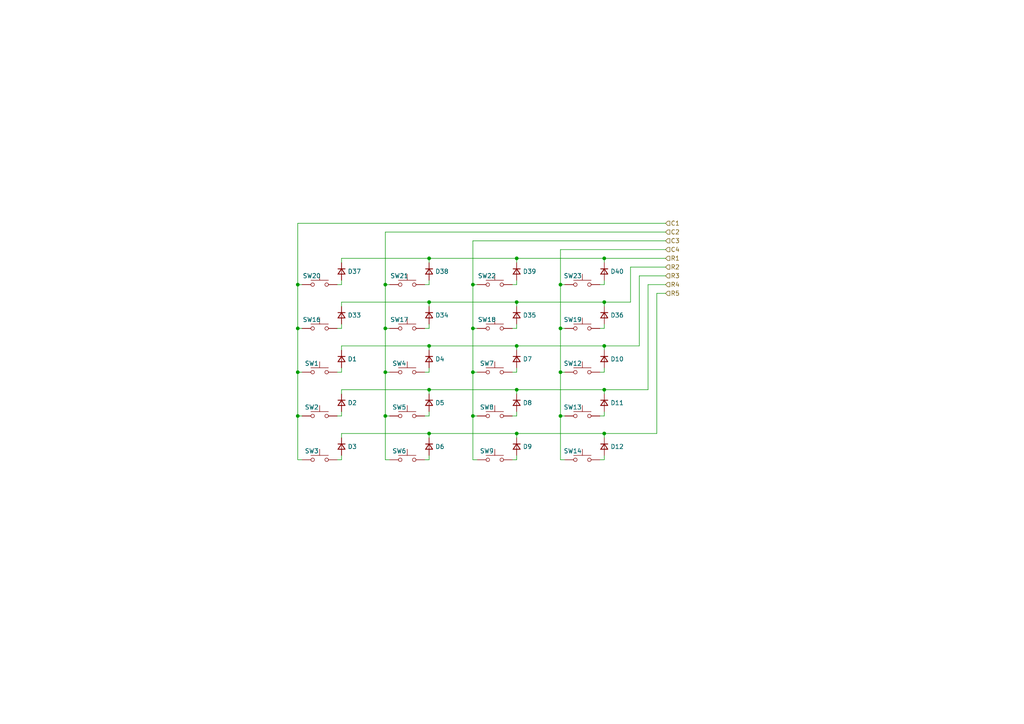
<source format=kicad_sch>
(kicad_sch (version 20250114) (generator "eeschema") (generator_version "9.0")
  (paper "A4")
  (lib_symbols
    (symbol "Device:D_Small" (pin_numbers (hide yes)) (pin_names (offset 0.254) (hide yes))
      (property "Reference" "D" (at -1.27 2.032 0))
      (property "Value" "D_Small" (at -3.81 -2.032 0))
      (symbol "D_Small_0_1"
        (polyline (pts (xy -0.762 0) (xy 0.762 0)))
        (polyline (pts (xy -0.762 -1.016) (xy -0.762 1.016)) (stroke (width 0.254)))
        (polyline (pts (xy 0.762 -1.016) (xy -0.762 0) (xy 0.762 1.016) (xy 0.762 -1.016)) (stroke (width 0.254)))
      )
      (symbol "D_Small_1_1"
        (pin passive line (at -2.54 0 0) (length 1.778) (name "K") (number "1"))
        (pin passive line (at 2.54 0 180) (length 1.778) (name "A") (number "2"))
      )
    )
    (symbol "Switch:SW_Push" (pin_numbers (hide yes)) (pin_names (offset 1.016) (hide yes))
      (property "Reference" "SW" (at 1.27 2.54 0))
      (property "Value" "SW_Push" (at 0 -1.524 0))
      (symbol "SW_Push_0_1"
        (circle (center -2.032 0) (radius 0.508))
        (polyline (pts (xy 0 1.27) (xy 0 3.048)))
        (circle (center 2.032 0) (radius 0.508))
        (polyline (pts (xy 2.54 1.27) (xy -2.54 1.27)))
        (pin passive line (at -5.08 0 0) (length 2.54) (name "1") (number "1"))
        (pin passive line (at 5.08 0 180) (length 2.54) (name "2") (number "2"))
      )
    )
  )
  (junction (at 162.56 120.65))
  (junction (at 137.16 95.25))
  (junction (at 124.46 113.03))
  (junction (at 86.36 82.55))
  (junction (at 111.76 95.25))
  (junction (at 149.86 125.73))
  (junction (at 149.86 87.63))
  (junction (at 175.26 87.63))
  (junction (at 86.36 120.65))
  (junction (at 111.76 107.95))
  (junction (at 175.26 100.33))
  (junction (at 137.16 120.65))
  (junction (at 86.36 95.25))
  (junction (at 86.36 107.95))
  (junction (at 111.76 120.65))
  (junction (at 149.86 100.33))
  (junction (at 149.86 113.03))
  (junction (at 137.16 82.55))
  (junction (at 162.56 95.25))
  (junction (at 175.26 113.03))
  (junction (at 149.86 74.93))
  (junction (at 137.16 107.95))
  (junction (at 124.46 100.33))
  (junction (at 175.26 125.73))
  (junction (at 162.56 82.55))
  (junction (at 124.46 87.63))
  (junction (at 175.26 74.93))
  (junction (at 124.46 74.93))
  (junction (at 111.76 82.55))
  (junction (at 162.56 107.95))
  (junction (at 124.46 125.73))
  (wire (pts (xy 86.36 64.77) (xy 86.36 82.55)))
  (wire (pts (xy 175.26 74.93) (xy 175.26 76.2)))
  (wire (pts (xy 149.86 100.33) (xy 149.86 101.6)))
  (wire (pts (xy 173.99 120.65) (xy 175.26 120.65)))
  (wire (pts (xy 190.5 125.73) (xy 190.5 85.09)))
  (wire (pts (xy 148.59 107.95) (xy 149.86 107.95)))
  (wire (pts (xy 163.83 133.35) (xy 162.56 133.35)))
  (wire (pts (xy 123.19 107.95) (xy 124.46 107.95)))
  (wire (pts (xy 182.88 77.47) (xy 193.04 77.47)))
  (wire (pts (xy 86.36 64.77) (xy 193.04 64.77)))
  (wire (pts (xy 162.56 72.39) (xy 193.04 72.39)))
  (wire (pts (xy 99.06 113.03) (xy 124.46 113.03)))
  (wire (pts (xy 149.86 120.65) (xy 149.86 119.38)))
  (wire (pts (xy 138.43 133.35) (xy 137.16 133.35)))
  (wire (pts (xy 175.26 87.63) (xy 182.88 87.63)))
  (wire (pts (xy 175.26 113.03) (xy 175.26 114.3)))
  (wire (pts (xy 97.79 133.35) (xy 99.06 133.35)))
  (wire (pts (xy 149.86 74.93) (xy 175.26 74.93)))
  (wire (pts (xy 86.36 120.65) (xy 86.36 107.95)))
  (wire (pts (xy 162.56 120.65) (xy 162.56 107.95)))
  (wire (pts (xy 173.99 133.35) (xy 175.26 133.35)))
  (wire (pts (xy 99.06 74.93) (xy 124.46 74.93)))
  (wire (pts (xy 162.56 95.25) (xy 162.56 82.55)))
  (wire (pts (xy 162.56 133.35) (xy 162.56 120.65)))
  (wire (pts (xy 86.36 107.95) (xy 86.36 95.25)))
  (wire (pts (xy 148.59 95.25) (xy 149.86 95.25)))
  (wire (pts (xy 99.06 88.9) (xy 99.06 87.63)))
  (wire (pts (xy 124.46 95.25) (xy 124.46 93.98)))
  (wire (pts (xy 86.36 107.95) (xy 87.63 107.95)))
  (wire (pts (xy 185.42 100.33) (xy 185.42 80.01)))
  (wire (pts (xy 175.26 125.73) (xy 175.26 127)))
  (wire (pts (xy 124.46 133.35) (xy 124.46 132.08)))
  (wire (pts (xy 99.06 95.25) (xy 99.06 93.98)))
  (wire (pts (xy 137.16 133.35) (xy 137.16 120.65)))
  (wire (pts (xy 173.99 107.95) (xy 175.26 107.95)))
  (wire (pts (xy 162.56 95.25) (xy 163.83 95.25)))
  (wire (pts (xy 124.46 100.33) (xy 124.46 101.6)))
  (wire (pts (xy 111.76 67.31) (xy 111.76 82.55)))
  (wire (pts (xy 175.26 87.63) (xy 175.26 88.9)))
  (wire (pts (xy 99.06 114.3) (xy 99.06 113.03)))
  (wire (pts (xy 99.06 127) (xy 99.06 125.73)))
  (wire (pts (xy 123.19 120.65) (xy 124.46 120.65)))
  (wire (pts (xy 149.86 95.25) (xy 149.86 93.98)))
  (wire (pts (xy 138.43 107.95) (xy 137.16 107.95)))
  (wire (pts (xy 138.43 120.65) (xy 137.16 120.65)))
  (wire (pts (xy 149.86 107.95) (xy 149.86 106.68)))
  (wire (pts (xy 148.59 133.35) (xy 149.86 133.35)))
  (wire (pts (xy 111.76 107.95) (xy 111.76 95.25)))
  (wire (pts (xy 124.46 125.73) (xy 149.86 125.73)))
  (wire (pts (xy 149.86 113.03) (xy 175.26 113.03)))
  (wire (pts (xy 149.86 82.55) (xy 149.86 81.28)))
  (wire (pts (xy 187.96 82.55) (xy 193.04 82.55)))
  (wire (pts (xy 97.79 107.95) (xy 99.06 107.95)))
  (wire (pts (xy 97.79 120.65) (xy 99.06 120.65)))
  (wire (pts (xy 162.56 82.55) (xy 163.83 82.55)))
  (wire (pts (xy 175.26 100.33) (xy 175.26 101.6)))
  (wire (pts (xy 148.59 120.65) (xy 149.86 120.65)))
  (wire (pts (xy 175.26 125.73) (xy 190.5 125.73)))
  (wire (pts (xy 187.96 113.03) (xy 187.96 82.55)))
  (wire (pts (xy 97.79 82.55) (xy 99.06 82.55)))
  (wire (pts (xy 111.76 133.35) (xy 111.76 120.65)))
  (wire (pts (xy 99.06 133.35) (xy 99.06 132.08)))
  (wire (pts (xy 175.26 100.33) (xy 185.42 100.33)))
  (wire (pts (xy 137.16 95.25) (xy 137.16 82.55)))
  (wire (pts (xy 87.63 82.55) (xy 86.36 82.55)))
  (wire (pts (xy 148.59 82.55) (xy 149.86 82.55)))
  (wire (pts (xy 99.06 87.63) (xy 124.46 87.63)))
  (wire (pts (xy 149.86 125.73) (xy 149.86 127)))
  (wire (pts (xy 149.86 125.73) (xy 175.26 125.73)))
  (wire (pts (xy 137.16 120.65) (xy 137.16 107.95)))
  (wire (pts (xy 149.86 133.35) (xy 149.86 132.08)))
  (wire (pts (xy 185.42 80.01) (xy 193.04 80.01)))
  (wire (pts (xy 111.76 95.25) (xy 113.03 95.25)))
  (wire (pts (xy 99.06 82.55) (xy 99.06 81.28)))
  (wire (pts (xy 113.03 82.55) (xy 111.76 82.55)))
  (wire (pts (xy 175.26 133.35) (xy 175.26 132.08)))
  (wire (pts (xy 173.99 82.55) (xy 175.26 82.55)))
  (wire (pts (xy 86.36 95.25) (xy 86.36 82.55)))
  (wire (pts (xy 86.36 133.35) (xy 86.36 120.65)))
  (wire (pts (xy 99.06 76.2) (xy 99.06 74.93)))
  (wire (pts (xy 175.26 82.55) (xy 175.26 81.28)))
  (wire (pts (xy 111.76 120.65) (xy 113.03 120.65)))
  (wire (pts (xy 124.46 82.55) (xy 124.46 81.28)))
  (wire (pts (xy 124.46 74.93) (xy 124.46 76.2)))
  (wire (pts (xy 123.19 82.55) (xy 124.46 82.55)))
  (wire (pts (xy 124.46 100.33) (xy 149.86 100.33)))
  (wire (pts (xy 86.36 133.35) (xy 87.63 133.35)))
  (wire (pts (xy 111.76 120.65) (xy 111.76 107.95)))
  (wire (pts (xy 175.26 74.93) (xy 193.04 74.93)))
  (wire (pts (xy 111.76 107.95) (xy 113.03 107.95)))
  (wire (pts (xy 111.76 67.31) (xy 193.04 67.31)))
  (wire (pts (xy 175.26 95.25) (xy 175.26 93.98)))
  (wire (pts (xy 173.99 95.25) (xy 175.26 95.25)))
  (wire (pts (xy 162.56 82.55) (xy 162.56 72.39)))
  (wire (pts (xy 123.19 133.35) (xy 124.46 133.35)))
  (wire (pts (xy 124.46 125.73) (xy 124.46 127)))
  (wire (pts (xy 137.16 95.25) (xy 138.43 95.25)))
  (wire (pts (xy 149.86 100.33) (xy 175.26 100.33)))
  (wire (pts (xy 99.06 100.33) (xy 124.46 100.33)))
  (wire (pts (xy 175.26 120.65) (xy 175.26 119.38)))
  (wire (pts (xy 99.06 120.65) (xy 99.06 119.38)))
  (wire (pts (xy 124.46 113.03) (xy 124.46 114.3)))
  (wire (pts (xy 99.06 101.6) (xy 99.06 100.33)))
  (wire (pts (xy 124.46 74.93) (xy 149.86 74.93)))
  (wire (pts (xy 124.46 87.63) (xy 149.86 87.63)))
  (wire (pts (xy 137.16 69.85) (xy 193.04 69.85)))
  (wire (pts (xy 124.46 87.63) (xy 124.46 88.9)))
  (wire (pts (xy 137.16 107.95) (xy 137.16 95.25)))
  (wire (pts (xy 163.83 107.95) (xy 162.56 107.95)))
  (wire (pts (xy 137.16 69.85) (xy 137.16 82.55)))
  (wire (pts (xy 111.76 133.35) (xy 113.03 133.35)))
  (wire (pts (xy 99.06 125.73) (xy 124.46 125.73)))
  (wire (pts (xy 163.83 120.65) (xy 162.56 120.65)))
  (wire (pts (xy 175.26 107.95) (xy 175.26 106.68)))
  (wire (pts (xy 123.19 95.25) (xy 124.46 95.25)))
  (wire (pts (xy 124.46 120.65) (xy 124.46 119.38)))
  (wire (pts (xy 99.06 107.95) (xy 99.06 106.68)))
  (wire (pts (xy 124.46 113.03) (xy 149.86 113.03)))
  (wire (pts (xy 182.88 87.63) (xy 182.88 77.47)))
  (wire (pts (xy 124.46 107.95) (xy 124.46 106.68)))
  (wire (pts (xy 149.86 113.03) (xy 149.86 114.3)))
  (wire (pts (xy 149.86 74.93) (xy 149.86 76.2)))
  (wire (pts (xy 149.86 87.63) (xy 175.26 87.63)))
  (wire (pts (xy 86.36 120.65) (xy 87.63 120.65)))
  (wire (pts (xy 97.79 95.25) (xy 99.06 95.25)))
  (wire (pts (xy 190.5 85.09) (xy 193.04 85.09)))
  (wire (pts (xy 149.86 87.63) (xy 149.86 88.9)))
  (wire (pts (xy 162.56 107.95) (xy 162.56 95.25)))
  (wire (pts (xy 175.26 113.03) (xy 187.96 113.03)))
  (wire (pts (xy 111.76 95.25) (xy 111.76 82.55)))
  (wire (pts (xy 138.43 82.55) (xy 137.16 82.55)))
  (wire (pts (xy 86.36 95.25) (xy 87.63 95.25)))
  (hierarchical_label "R5" (shape input) (at 193.04 85.09 0))
  (hierarchical_label "R1" (shape input) (at 193.04 74.93 0))
  (hierarchical_label "R4" (shape input) (at 193.04 82.55 0))
  (hierarchical_label "C4" (shape input) (at 193.04 72.39 0))
  (hierarchical_label "R2" (shape input) (at 193.04 77.47 0))
  (hierarchical_label "R3" (shape input) (at 193.04 80.01 0))
  (hierarchical_label "C1" (shape input) (at 193.04 64.77 0))
  (hierarchical_label "C2" (shape input) (at 193.04 67.31 0))
  (hierarchical_label "C3" (shape input) (at 193.04 69.85 0))
  (symbol (lib_id "Switch:SW_Push") (at 118.11 82.55 0) (unit 1)
    (property "Reference" "SW21" (at 115.824 80.01 0))
    (property "Value" "Kailh choc v2" (effects (hide yes)))
    (property "Footprint" "PCM_Switch_Keyboard_Hotswap_Kailh:SW_Hotswap_Kailh_Choc_V2" (effects (hide yes)))
    (property "Description" "Push button switch, generic, two pins" (effects (hide yes)))
  )
  (symbol (lib_id "Device:D_Small") (at 149.86 91.44 270) (unit 1)
    (property "Reference" "D35" (at 151.638 91.44 90) (effects (justify left)))
    (property "Value" "D_Small" (effects (hide yes)))
    (property "Footprint" "Diode_SMD:D_0402_1005Metric" (effects (hide yes)))
    (property "Description" "Diode, small symbol" (effects (hide yes)))
    (property "Sim.Device" "D" (effects (hide yes)))
    (property "Sim.Pins" "1=K 2=A" (effects (hide yes)))
  )
  (symbol (lib_id "Device:D_Small") (at 99.06 91.44 270) (unit 1)
    (property "Reference" "D33" (at 100.838 91.44 90) (effects (justify left)))
    (property "Value" "D_Small" (effects (hide yes)))
    (property "Footprint" "Diode_SMD:D_0402_1005Metric" (effects (hide yes)))
    (property "Description" "Diode, small symbol" (effects (hide yes)))
    (property "Sim.Device" "D" (effects (hide yes)))
    (property "Sim.Pins" "1=K 2=A" (effects (hide yes)))
  )
  (symbol (lib_id "Device:D_Small") (at 175.26 78.74 270) (unit 1)
    (property "Reference" "D40" (at 177.038 78.74 90) (effects (justify left)))
    (property "Value" "D_Small" (effects (hide yes)))
    (property "Footprint" "Diode_SMD:D_0402_1005Metric" (effects (hide yes)))
    (property "Description" "Diode, small symbol" (effects (hide yes)))
    (property "Sim.Device" "D" (effects (hide yes)))
    (property "Sim.Pins" "1=K 2=A" (effects (hide yes)))
  )
  (symbol (lib_id "Switch:SW_Push") (at 143.51 95.25 0) (unit 1)
    (property "Reference" "SW18" (at 141.224 92.71 0))
    (property "Value" "Kailh choc v2" (effects (hide yes)))
    (property "Footprint" "PCM_Switch_Keyboard_Hotswap_Kailh:SW_Hotswap_Kailh_Choc_V2" (effects (hide yes)))
    (property "Description" "Push button switch, generic, two pins" (effects (hide yes)))
  )
  (symbol (lib_id "Switch:SW_Push") (at 168.91 82.55 0) (unit 1)
    (property "Reference" "SW23" (at 166.116 80.01 0))
    (property "Value" "Kailh choc v2" (effects (hide yes)))
    (property "Footprint" "PCM_Switch_Keyboard_Hotswap_Kailh:SW_Hotswap_Kailh_Choc_V2" (effects (hide yes)))
    (property "Description" "Push button switch, generic, two pins" (effects (hide yes)))
  )
  (symbol (lib_id "Switch:SW_Push") (at 118.11 120.65 0) (unit 1)
    (property "Reference" "SW5" (at 115.824 118.11 0))
    (property "Value" "Kailh choc v2" (effects (hide yes)))
    (property "Footprint" "PCM_Switch_Keyboard_Hotswap_Kailh:SW_Hotswap_Kailh_Choc_V2" (effects (hide yes)))
    (property "Description" "Push button switch, generic, two pins" (effects (hide yes)))
  )
  (symbol (lib_id "Device:D_Small") (at 149.86 78.74 270) (unit 1)
    (property "Reference" "D39" (at 151.638 78.74 90) (effects (justify left)))
    (property "Value" "D_Small" (effects (hide yes)))
    (property "Footprint" "Diode_SMD:D_0402_1005Metric" (effects (hide yes)))
    (property "Description" "Diode, small symbol" (effects (hide yes)))
    (property "Sim.Device" "D" (effects (hide yes)))
    (property "Sim.Pins" "1=K 2=A" (effects (hide yes)))
  )
  (symbol (lib_id "Switch:SW_Push") (at 118.11 95.25 0) (unit 1)
    (property "Reference" "SW17" (at 115.824 92.71 0))
    (property "Value" "Kailh choc v2" (effects (hide yes)))
    (property "Footprint" "PCM_Switch_Keyboard_Hotswap_Kailh:SW_Hotswap_Kailh_Choc_V2" (effects (hide yes)))
    (property "Description" "Push button switch, generic, two pins" (effects (hide yes)))
  )
  (symbol (lib_id "Device:D_Small") (at 99.06 78.74 270) (unit 1)
    (property "Reference" "D37" (at 100.838 78.74 90) (effects (justify left)))
    (property "Value" "D_Small" (effects (hide yes)))
    (property "Footprint" "Diode_SMD:D_0402_1005Metric" (effects (hide yes)))
    (property "Description" "Diode, small symbol" (effects (hide yes)))
    (property "Sim.Device" "D" (effects (hide yes)))
    (property "Sim.Pins" "1=K 2=A" (effects (hide yes)))
  )
  (symbol (lib_id "Switch:SW_Push") (at 118.11 107.95 0) (unit 1)
    (property "Reference" "SW4" (at 115.824 105.41 0))
    (property "Value" "Kailh choc v2" (effects (hide yes)))
    (property "Footprint" "PCM_Switch_Keyboard_Hotswap_Kailh:SW_Hotswap_Kailh_Choc_V2" (effects (hide yes)))
    (property "Description" "Push button switch, generic, two pins" (effects (hide yes)))
  )
  (symbol (lib_id "Device:D_Small") (at 99.06 129.54 270) (unit 1)
    (property "Reference" "D3" (at 100.838 129.54 90) (effects (justify left)))
    (property "Value" "D_Small" (effects (hide yes)))
    (property "Footprint" "Diode_SMD:D_0402_1005Metric" (effects (hide yes)))
    (property "Description" "Diode, small symbol" (effects (hide yes)))
    (property "Sim.Device" "D" (effects (hide yes)))
    (property "Sim.Pins" "1=K 2=A" (effects (hide yes)))
  )
  (symbol (lib_id "Device:D_Small") (at 99.06 116.84 270) (unit 1)
    (property "Reference" "D2" (at 100.838 116.84 90) (effects (justify left)))
    (property "Value" "D_Small" (effects (hide yes)))
    (property "Footprint" "Diode_SMD:D_0402_1005Metric" (effects (hide yes)))
    (property "Description" "Diode, small symbol" (effects (hide yes)))
    (property "Sim.Device" "D" (effects (hide yes)))
    (property "Sim.Pins" "1=K 2=A" (effects (hide yes)))
  )
  (symbol (lib_id "Device:D_Small") (at 175.26 129.54 270) (unit 1)
    (property "Reference" "D12" (at 177.038 129.54 90) (effects (justify left)))
    (property "Value" "D_Small" (effects (hide yes)))
    (property "Footprint" "Diode_SMD:D_0402_1005Metric" (effects (hide yes)))
    (property "Description" "Diode, small symbol" (effects (hide yes)))
    (property "Sim.Device" "D" (effects (hide yes)))
    (property "Sim.Pins" "1=K 2=A" (effects (hide yes)))
  )
  (symbol (lib_id "Switch:SW_Push") (at 92.71 120.65 0) (unit 1)
    (property "Reference" "SW2" (at 90.424 118.11 0))
    (property "Value" "Kailh choc v2" (effects (hide yes)))
    (property "Footprint" "PCM_Switch_Keyboard_Hotswap_Kailh:SW_Hotswap_Kailh_Choc_V2" (effects (hide yes)))
    (property "Description" "Push button switch, generic, two pins" (effects (hide yes)))
  )
  (symbol (lib_id "Device:D_Small") (at 124.46 78.74 270) (unit 1)
    (property "Reference" "D38" (at 126.238 78.74 90) (effects (justify left)))
    (property "Value" "D_Small" (effects (hide yes)))
    (property "Footprint" "Diode_SMD:D_0402_1005Metric" (effects (hide yes)))
    (property "Description" "Diode, small symbol" (effects (hide yes)))
    (property "Sim.Device" "D" (effects (hide yes)))
    (property "Sim.Pins" "1=K 2=A" (effects (hide yes)))
  )
  (symbol (lib_id "Switch:SW_Push") (at 143.51 133.35 0) (unit 1)
    (property "Reference" "SW9" (at 141.224 130.81 0))
    (property "Value" "Kailh choc v2" (effects (hide yes)))
    (property "Footprint" "PCM_Switch_Keyboard_Hotswap_Kailh:SW_Hotswap_Kailh_Choc_V2" (effects (hide yes)))
    (property "Description" "Push button switch, generic, two pins" (effects (hide yes)))
  )
  (symbol (lib_id "Device:D_Small") (at 124.46 104.14 270) (unit 1)
    (property "Reference" "D4" (at 126.238 104.14 90) (effects (justify left)))
    (property "Value" "D_Small" (effects (hide yes)))
    (property "Footprint" "Diode_SMD:D_0402_1005Metric" (effects (hide yes)))
    (property "Description" "Diode, small symbol" (effects (hide yes)))
    (property "Sim.Device" "D" (effects (hide yes)))
    (property "Sim.Pins" "1=K 2=A" (effects (hide yes)))
  )
  (symbol (lib_id "Device:D_Small") (at 124.46 91.44 270) (unit 1)
    (property "Reference" "D34" (at 126.238 91.44 90) (effects (justify left)))
    (property "Value" "D_Small" (effects (hide yes)))
    (property "Footprint" "Diode_SMD:D_0402_1005Metric" (effects (hide yes)))
    (property "Description" "Diode, small symbol" (effects (hide yes)))
    (property "Sim.Device" "D" (effects (hide yes)))
    (property "Sim.Pins" "1=K 2=A" (effects (hide yes)))
  )
  (symbol (lib_id "Switch:SW_Push") (at 168.91 133.35 0) (unit 1)
    (property "Reference" "SW14" (at 166.116 130.81 0))
    (property "Value" "Kailh choc v2" (effects (hide yes)))
    (property "Footprint" "PCM_Switch_Keyboard_Hotswap_Kailh:SW_Hotswap_Kailh_Choc_V2" (effects (hide yes)))
    (property "Description" "Push button switch, generic, two pins" (effects (hide yes)))
  )
  (symbol (lib_id "Switch:SW_Push") (at 168.91 107.95 0) (unit 1)
    (property "Reference" "SW12" (at 166.116 105.41 0))
    (property "Value" "Kailh choc v2" (effects (hide yes)))
    (property "Footprint" "PCM_Switch_Keyboard_Hotswap_Kailh:SW_Hotswap_Kailh_Choc_V2" (effects (hide yes)))
    (property "Description" "Push button switch, generic, two pins" (effects (hide yes)))
  )
  (symbol (lib_id "Device:D_Small") (at 149.86 129.54 270) (unit 1)
    (property "Reference" "D9" (at 151.638 129.54 90) (effects (justify left)))
    (property "Value" "D_Small" (effects (hide yes)))
    (property "Footprint" "Diode_SMD:D_0402_1005Metric" (effects (hide yes)))
    (property "Description" "Diode, small symbol" (effects (hide yes)))
    (property "Sim.Device" "D" (effects (hide yes)))
    (property "Sim.Pins" "1=K 2=A" (effects (hide yes)))
  )
  (symbol (lib_id "Device:D_Small") (at 124.46 129.54 270) (unit 1)
    (property "Reference" "D6" (at 126.238 129.54 90) (effects (justify left)))
    (property "Value" "D_Small" (effects (hide yes)))
    (property "Footprint" "Diode_SMD:D_0402_1005Metric" (effects (hide yes)))
    (property "Description" "Diode, small symbol" (effects (hide yes)))
    (property "Sim.Device" "D" (effects (hide yes)))
    (property "Sim.Pins" "1=K 2=A" (effects (hide yes)))
  )
  (symbol (lib_id "Device:D_Small") (at 175.26 104.14 270) (unit 1)
    (property "Reference" "D10" (at 177.038 104.14 90) (effects (justify left)))
    (property "Value" "D_Small" (effects (hide yes)))
    (property "Footprint" "Diode_SMD:D_0402_1005Metric" (effects (hide yes)))
    (property "Description" "Diode, small symbol" (effects (hide yes)))
    (property "Sim.Device" "D" (effects (hide yes)))
    (property "Sim.Pins" "1=K 2=A" (effects (hide yes)))
  )
  (symbol (lib_id "Device:D_Small") (at 149.86 104.14 270) (unit 1)
    (property "Reference" "D7" (at 151.638 104.14 90) (effects (justify left)))
    (property "Value" "D_Small" (effects (hide yes)))
    (property "Footprint" "Diode_SMD:D_0402_1005Metric" (effects (hide yes)))
    (property "Description" "Diode, small symbol" (effects (hide yes)))
    (property "Sim.Device" "D" (effects (hide yes)))
    (property "Sim.Pins" "1=K 2=A" (effects (hide yes)))
  )
  (symbol (lib_id "Switch:SW_Push") (at 92.71 95.25 0) (unit 1)
    (property "Reference" "SW16" (at 90.424 92.71 0))
    (property "Value" "Kailh choc v2" (effects (hide yes)))
    (property "Footprint" "PCM_Switch_Keyboard_Hotswap_Kailh:SW_Hotswap_Kailh_Choc_V2" (effects (hide yes)))
    (property "Description" "Push button switch, generic, two pins" (effects (hide yes)))
  )
  (symbol (lib_id "Device:D_Small") (at 99.06 104.14 270) (unit 1)
    (property "Reference" "D1" (at 100.838 104.14 90) (effects (justify left)))
    (property "Value" "D_Small" (effects (hide yes)))
    (property "Footprint" "Diode_SMD:D_0402_1005Metric" (effects (hide yes)))
    (property "Description" "Diode, small symbol" (effects (hide yes)))
    (property "Sim.Device" "D" (effects (hide yes)))
    (property "Sim.Pins" "1=K 2=A" (effects (hide yes)))
  )
  (symbol (lib_id "Switch:SW_Push") (at 92.71 82.55 0) (unit 1)
    (property "Reference" "SW20" (at 90.424 80.01 0))
    (property "Value" "Kailh choc v2" (effects (hide yes)))
    (property "Footprint" "PCM_Switch_Keyboard_Hotswap_Kailh:SW_Hotswap_Kailh_Choc_V2" (effects (hide yes)))
    (property "Description" "Push button switch, generic, two pins" (effects (hide yes)))
  )
  (symbol (lib_id "Switch:SW_Push") (at 143.51 82.55 0) (unit 1)
    (property "Reference" "SW22" (at 141.224 80.01 0))
    (property "Value" "Kailh choc v2" (effects (hide yes)))
    (property "Footprint" "PCM_Switch_Keyboard_Hotswap_Kailh:SW_Hotswap_Kailh_Choc_V2" (effects (hide yes)))
    (property "Description" "Push button switch, generic, two pins" (effects (hide yes)))
  )
  (symbol (lib_id "Switch:SW_Push") (at 118.11 133.35 0) (unit 1)
    (property "Reference" "SW6" (at 115.824 130.81 0))
    (property "Value" "Kailh choc v2" (effects (hide yes)))
    (property "Footprint" "PCM_Switch_Keyboard_Hotswap_Kailh:SW_Hotswap_Kailh_Choc_V2" (effects (hide yes)))
    (property "Description" "Push button switch, generic, two pins" (effects (hide yes)))
  )
  (symbol (lib_id "Switch:SW_Push") (at 168.91 120.65 0) (unit 1)
    (property "Reference" "SW13" (at 166.116 118.11 0))
    (property "Value" "Kailh choc v2" (effects (hide yes)))
    (property "Footprint" "PCM_Switch_Keyboard_Hotswap_Kailh:SW_Hotswap_Kailh_Choc_V2" (effects (hide yes)))
    (property "Description" "Push button switch, generic, two pins" (effects (hide yes)))
  )
  (symbol (lib_id "Switch:SW_Push") (at 92.71 133.35 0) (unit 1)
    (property "Reference" "SW3" (at 90.424 130.81 0))
    (property "Value" "Kailh choc v2" (effects (hide yes)))
    (property "Footprint" "PCM_Switch_Keyboard_Hotswap_Kailh:SW_Hotswap_Kailh_Choc_V2" (effects (hide yes)))
    (property "Description" "Push button switch, generic, two pins" (effects (hide yes)))
  )
  (symbol (lib_id "Device:D_Small") (at 124.46 116.84 270) (unit 1)
    (property "Reference" "D5" (at 126.238 116.84 90) (effects (justify left)))
    (property "Value" "D_Small" (effects (hide yes)))
    (property "Footprint" "Diode_SMD:D_0402_1005Metric" (effects (hide yes)))
    (property "Description" "Diode, small symbol" (effects (hide yes)))
    (property "Sim.Device" "D" (effects (hide yes)))
    (property "Sim.Pins" "1=K 2=A" (effects (hide yes)))
  )
  (symbol (lib_id "Device:D_Small") (at 149.86 116.84 270) (unit 1)
    (property "Reference" "D8" (at 151.638 116.84 90) (effects (justify left)))
    (property "Value" "D_Small" (effects (hide yes)))
    (property "Footprint" "Diode_SMD:D_0402_1005Metric" (effects (hide yes)))
    (property "Description" "Diode, small symbol" (effects (hide yes)))
    (property "Sim.Device" "D" (effects (hide yes)))
    (property "Sim.Pins" "1=K 2=A" (effects (hide yes)))
  )
  (symbol (lib_id "Switch:SW_Push") (at 168.91 95.25 0) (unit 1)
    (property "Reference" "SW19" (at 166.116 92.71 0))
    (property "Value" "Kailh choc v2" (effects (hide yes)))
    (property "Footprint" "PCM_Switch_Keyboard_Hotswap_Kailh:SW_Hotswap_Kailh_Choc_V2" (effects (hide yes)))
    (property "Description" "Push button switch, generic, two pins" (effects (hide yes)))
  )
  (symbol (lib_id "Switch:SW_Push") (at 143.51 107.95 0) (unit 1)
    (property "Reference" "SW7" (at 141.224 105.41 0))
    (property "Value" "Kailh choc v2" (effects (hide yes)))
    (property "Footprint" "PCM_Switch_Keyboard_Hotswap_Kailh:SW_Hotswap_Kailh_Choc_V2" (effects (hide yes)))
    (property "Description" "Push button switch, generic, two pins" (effects (hide yes)))
  )
  (symbol (lib_id "Switch:SW_Push") (at 92.71 107.95 0) (unit 1)
    (property "Reference" "SW1" (at 90.424 105.41 0))
    (property "Value" "Kailh choc v2" (effects (hide yes)))
    (property "Footprint" "PCM_Switch_Keyboard_Hotswap_Kailh:SW_Hotswap_Kailh_Choc_V2" (effects (hide yes)))
    (property "Description" "Push button switch, generic, two pins" (effects (hide yes)))
  )
  (symbol (lib_id "Device:D_Small") (at 175.26 91.44 270) (unit 1)
    (property "Reference" "D36" (at 177.038 91.44 90) (effects (justify left)))
    (property "Value" "D_Small" (effects (hide yes)))
    (property "Footprint" "Diode_SMD:D_0402_1005Metric" (effects (hide yes)))
    (property "Description" "Diode, small symbol" (effects (hide yes)))
    (property "Sim.Device" "D" (effects (hide yes)))
    (property "Sim.Pins" "1=K 2=A" (effects (hide yes)))
  )
  (symbol (lib_id "Device:D_Small") (at 175.26 116.84 270) (unit 1)
    (property "Reference" "D11" (at 177.038 116.84 90) (effects (justify left)))
    (property "Value" "D_Small" (effects (hide yes)))
    (property "Footprint" "Diode_SMD:D_0402_1005Metric" (effects (hide yes)))
    (property "Description" "Diode, small symbol" (effects (hide yes)))
    (property "Sim.Device" "D" (effects (hide yes)))
    (property "Sim.Pins" "1=K 2=A" (effects (hide yes)))
  )
  (symbol (lib_id "Switch:SW_Push") (at 143.51 120.65 0) (unit 1)
    (property "Reference" "SW8" (at 141.224 118.11 0))
    (property "Value" "Kailh choc v2" (effects (hide yes)))
    (property "Footprint" "PCM_Switch_Keyboard_Hotswap_Kailh:SW_Hotswap_Kailh_Choc_V2" (effects (hide yes)))
    (property "Description" "Push button switch, generic, two pins" (effects (hide yes)))
  )
)
</source>
